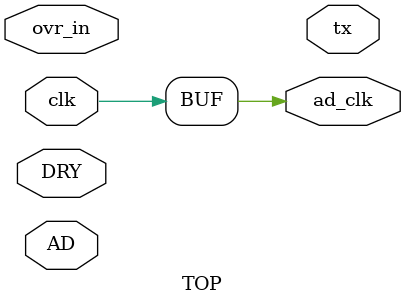
<source format=v>
module	TOP(
	input	clk,
	input	DRY,
	input	ovr_in,
	input	signed	[13:0]	AD,
	output	ad_clk,
    output  tx,
);

wire	ovr_out;
assign	ad_clk = clk;





endmodule 

</source>
